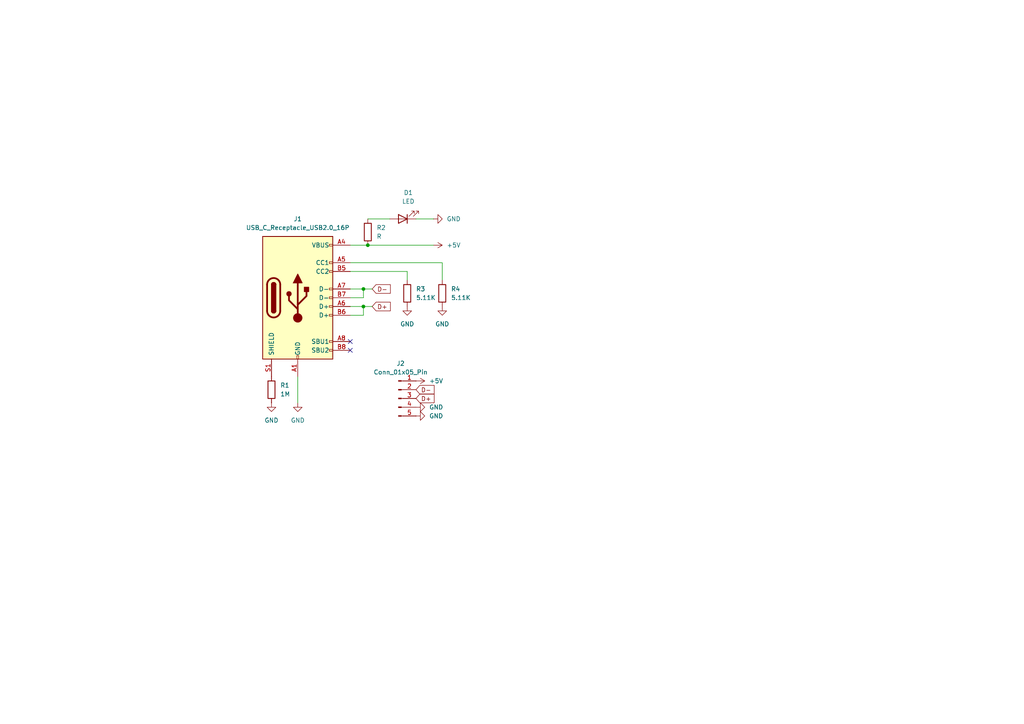
<source format=kicad_sch>
(kicad_sch (version 20250114) (generator "eeschema") (generator_version "9.0")
  (paper "A4")
  (lib_symbols
    (symbol "Connector:Conn_01x05_Pin" (pin_names (offset 1.016) (hide yes))
      (property "Reference" "J" (at 0 7.62 0))
      (property "Value" "Conn_01x05_Pin" (at 0 -7.62 0))
      (symbol "Conn_01x05_Pin_1_1"
        (rectangle (start 0.8636 5.207) (end 0 4.953) (stroke (width 0.1524)) (fill (type outline)))
        (rectangle (start 0.8636 2.667) (end 0 2.413) (stroke (width 0.1524)) (fill (type outline)))
        (rectangle (start 0.8636 0.127) (end 0 -0.127) (stroke (width 0.1524)) (fill (type outline)))
        (rectangle (start 0.8636 -2.413) (end 0 -2.667) (stroke (width 0.1524)) (fill (type outline)))
        (rectangle (start 0.8636 -4.953) (end 0 -5.207) (stroke (width 0.1524)) (fill (type outline)))
        (polyline (pts (xy 1.27 5.08) (xy 0.8636 5.08)) (stroke (width 0.1524)))
        (polyline (pts (xy 1.27 2.54) (xy 0.8636 2.54)) (stroke (width 0.1524)))
        (polyline (pts (xy 1.27 0) (xy 0.8636 0)) (stroke (width 0.1524)))
        (polyline (pts (xy 1.27 -2.54) (xy 0.8636 -2.54)) (stroke (width 0.1524)))
        (polyline (pts (xy 1.27 -5.08) (xy 0.8636 -5.08)) (stroke (width 0.1524)))
        (pin passive line (at 5.08 5.08 180) (length 3.81) (name "Pin_1") (number "1"))
        (pin passive line (at 5.08 2.54 180) (length 3.81) (name "Pin_2") (number "2"))
        (pin passive line (at 5.08 0 180) (length 3.81) (name "Pin_3") (number "3"))
        (pin passive line (at 5.08 -2.54 180) (length 3.81) (name "Pin_4") (number "4"))
        (pin passive line (at 5.08 -5.08 180) (length 3.81) (name "Pin_5") (number "5"))
      )
    )
    (symbol "Connector:USB_C_Receptacle_USB2.0_16P" (pin_names (offset 1.016))
      (property "Reference" "J" (at 0 22.225 0))
      (property "Value" "USB_C_Receptacle_USB2.0_16P" (at 0 19.685 0))
      (symbol "USB_C_Receptacle_USB2.0_16P_0_0"
        (rectangle (start -0.254 -17.78) (end 0.254 -16.764))
        (rectangle (start 10.16 15.494) (end 9.144 14.986))
        (rectangle (start 10.16 10.414) (end 9.144 9.906))
        (rectangle (start 10.16 7.874) (end 9.144 7.366))
        (rectangle (start 10.16 2.794) (end 9.144 2.286))
        (rectangle (start 10.16 0.254) (end 9.144 -0.254))
        (rectangle (start 10.16 -2.286) (end 9.144 -2.794))
        (rectangle (start 10.16 -4.826) (end 9.144 -5.334))
        (rectangle (start 10.16 -12.446) (end 9.144 -12.954))
        (rectangle (start 10.16 -14.986) (end 9.144 -15.494))
      )
      (symbol "USB_C_Receptacle_USB2.0_16P_0_1"
        (rectangle (start -10.16 17.78) (end 10.16 -17.78) (stroke (width 0.254)) (fill (type background)))
        (polyline (pts (xy -8.89 -3.81) (xy -8.89 3.81)) (stroke (width 0.508)))
        (rectangle (start -7.62 -3.81) (end -6.35 3.81) (stroke (width 0.254)) (fill (type outline)))
        (arc (start -7.62 3.81) (mid -6.985 4.4423) (end -6.35 3.81) (stroke (width 0.254)))
        (arc (start -7.62 3.81) (mid -6.985 4.4423) (end -6.35 3.81) (stroke (width 0.254)) (fill (type outline)))
        (arc (start -8.89 3.81) (mid -6.985 5.7067) (end -5.08 3.81) (stroke (width 0.508)))
        (arc (start -5.08 -3.81) (mid -6.985 -5.7067) (end -8.89 -3.81) (stroke (width 0.508)))
        (arc (start -6.35 -3.81) (mid -6.985 -4.4423) (end -7.62 -3.81) (stroke (width 0.254)))
        (arc (start -6.35 -3.81) (mid -6.985 -4.4423) (end -7.62 -3.81) (stroke (width 0.254)) (fill (type outline)))
        (polyline (pts (xy -5.08 3.81) (xy -5.08 -3.81)) (stroke (width 0.508)))
        (circle (center -2.54 1.143) (radius 0.635) (stroke (width 0.254)) (fill (type outline)))
        (polyline (pts (xy -1.27 4.318) (xy 0 6.858) (xy 1.27 4.318) (xy -1.27 4.318)) (stroke (width 0.254)) (fill (type outline)))
        (polyline (pts (xy 0 -2.032) (xy 2.54 0.508) (xy 2.54 1.778)) (stroke (width 0.508)))
        (polyline (pts (xy 0 -3.302) (xy -2.54 -0.762) (xy -2.54 0.508)) (stroke (width 0.508)))
        (polyline (pts (xy 0 -5.842) (xy 0 4.318)) (stroke (width 0.508)))
        (circle (center 0 -5.842) (radius 1.27) (fill (type outline)))
        (rectangle (start 1.905 1.778) (end 3.175 3.048) (stroke (width 0.254)) (fill (type outline)))
      )
      (symbol "USB_C_Receptacle_USB2.0_16P_1_1"
        (pin passive line (at -7.62 -22.86 90) (length 5.08) (name "SHIELD") (number "S1"))
        (pin passive line (at 0 -22.86 90) (length 5.08) (name "GND") (number "A1"))
        (pin passive line (at 0 -22.86 90) (length 5.08) (hide yes) (name "GND") (number "A12"))
        (pin passive line (at 0 -22.86 90) (length 5.08) (hide yes) (name "GND") (number "B1"))
        (pin passive line (at 0 -22.86 90) (length 5.08) (hide yes) (name "GND") (number "B12"))
        (pin passive line (at 15.24 15.24 180) (length 5.08) (name "VBUS") (number "A4"))
        (pin passive line (at 15.24 15.24 180) (length 5.08) (hide yes) (name "VBUS") (number "A9"))
        (pin passive line (at 15.24 15.24 180) (length 5.08) (hide yes) (name "VBUS") (number "B4"))
        (pin passive line (at 15.24 15.24 180) (length 5.08) (hide yes) (name "VBUS") (number "B9"))
        (pin bidirectional line (at 15.24 10.16 180) (length 5.08) (name "CC1") (number "A5"))
        (pin bidirectional line (at 15.24 7.62 180) (length 5.08) (name "CC2") (number "B5"))
        (pin bidirectional line (at 15.24 2.54 180) (length 5.08) (name "D-") (number "A7"))
        (pin bidirectional line (at 15.24 0 180) (length 5.08) (name "D-") (number "B7"))
        (pin bidirectional line (at 15.24 -2.54 180) (length 5.08) (name "D+") (number "A6"))
        (pin bidirectional line (at 15.24 -5.08 180) (length 5.08) (name "D+") (number "B6"))
        (pin bidirectional line (at 15.24 -12.7 180) (length 5.08) (name "SBU1") (number "A8"))
        (pin bidirectional line (at 15.24 -15.24 180) (length 5.08) (name "SBU2") (number "B8"))
      )
    )
    (symbol "Device:LED" (pin_numbers (hide yes)) (pin_names (offset 1.016) (hide yes))
      (property "Reference" "D" (at 0 2.54 0))
      (property "Value" "LED" (at 0 -2.54 0))
      (symbol "LED_0_1"
        (polyline (pts (xy -3.048 -0.762) (xy -4.572 -2.286) (xy -3.81 -2.286) (xy -4.572 -2.286) (xy -4.572 -1.524)))
        (polyline (pts (xy -1.778 -0.762) (xy -3.302 -2.286) (xy -2.54 -2.286) (xy -3.302 -2.286) (xy -3.302 -1.524)))
        (polyline (pts (xy -1.27 0) (xy 1.27 0)))
        (polyline (pts (xy -1.27 -1.27) (xy -1.27 1.27)) (stroke (width 0.254)))
        (polyline (pts (xy 1.27 -1.27) (xy 1.27 1.27) (xy -1.27 0) (xy 1.27 -1.27)) (stroke (width 0.254)))
      )
      (symbol "LED_1_1"
        (pin passive line (at -3.81 0 0) (length 2.54) (name "K") (number "1"))
        (pin passive line (at 3.81 0 180) (length 2.54) (name "A") (number "2"))
      )
    )
    (symbol "Device:R" (pin_numbers (hide yes)) (pin_names (offset 0))
      (property "Reference" "R" (at 2.032 0 90))
      (property "Value" "R" (at 0 0 90))
      (symbol "R_0_1"
        (rectangle (start -1.016 -2.54) (end 1.016 2.54) (stroke (width 0.254)))
      )
      (symbol "R_1_1"
        (pin passive line (at 0 3.81 270) (length 1.27) (name "~") (number "1"))
        (pin passive line (at 0 -3.81 90) (length 1.27) (name "~") (number "2"))
      )
    )
    (symbol "power:+5V" (power) (pin_numbers (hide yes)) (pin_names (offset 0) (hide yes))
      (property "Value" "+5V" (at 0 3.556 0))
      (symbol "+5V_0_1"
        (polyline (pts (xy -0.762 1.27) (xy 0 2.54)))
        (polyline (pts (xy 0 2.54) (xy 0.762 1.27)))
        (polyline (pts (xy 0 0) (xy 0 2.54)))
      )
      (symbol "+5V_1_1"
        (pin power_in line (at 0 0 90) (length 0) (name "~") (number "1"))
      )
    )
    (symbol "power:GND" (power) (pin_numbers (hide yes)) (pin_names (offset 0) (hide yes))
      (property "Value" "GND" (at 0 -3.81 0))
      (symbol "GND_0_1"
        (polyline (pts (xy 0 0) (xy 0 -1.27) (xy 1.27 -1.27) (xy 0 -2.54) (xy -1.27 -1.27) (xy 0 -1.27)))
      )
      (symbol "GND_1_1"
        (pin power_in line (at 0 0 270) (length 0) (name "~") (number "1"))
      )
    )
  )
  (junction (at 105.41 88.9))
  (junction (at 106.68 71.12))
  (junction (at 105.41 83.82))
  (no_connect (at 101.6 99.06))
  (no_connect (at 101.6 101.6))
  (wire (pts (xy 101.6 91.44) (xy 105.41 91.44)))
  (wire (pts (xy 105.41 83.82) (xy 101.6 83.82)))
  (wire (pts (xy 128.27 76.2) (xy 128.27 81.28)))
  (wire (pts (xy 107.95 83.82) (xy 105.41 83.82)))
  (wire (pts (xy 106.68 71.12) (xy 101.6 71.12)))
  (wire (pts (xy 107.95 88.9) (xy 105.41 88.9)))
  (wire (pts (xy 105.41 86.36) (xy 105.41 83.82)))
  (wire (pts (xy 105.41 88.9) (xy 101.6 88.9)))
  (wire (pts (xy 113.03 63.5) (xy 106.68 63.5)))
  (wire (pts (xy 86.36 116.84) (xy 86.36 109.22)))
  (wire (pts (xy 101.6 86.36) (xy 105.41 86.36)))
  (wire (pts (xy 101.6 76.2) (xy 128.27 76.2)))
  (wire (pts (xy 125.73 71.12) (xy 106.68 71.12)))
  (wire (pts (xy 118.11 78.74) (xy 118.11 81.28)))
  (wire (pts (xy 125.73 63.5) (xy 120.65 63.5)))
  (wire (pts (xy 101.6 78.74) (xy 118.11 78.74)))
  (wire (pts (xy 105.41 91.44) (xy 105.41 88.9)))
  (global_label "D+" (shape input) (at 120.65 115.57 0) (property "Intersheetrefs" "${INTERSHEET_REFS}" (effects (hide yes))))
  (global_label "D+" (shape input) (at 107.95 88.9 0) (property "Intersheetrefs" "${INTERSHEET_REFS}" (effects (hide yes))))
  (global_label "D-" (shape input) (at 120.65 113.03 0) (property "Intersheetrefs" "${INTERSHEET_REFS}" (effects (hide yes))))
  (global_label "D-" (shape input) (at 107.95 83.82 0) (property "Intersheetrefs" "${INTERSHEET_REFS}" (effects (hide yes))))
  (symbol (lib_id "Connector:Conn_01x05_Pin") (at 115.57 115.57 0) (unit 1)
    (property "Reference" "J2" (at 116.205 105.41 0))
    (property "Value" "Conn_01x05_Pin" (at 116.205 107.95 0))
    (property "Footprint" "Connector_PinHeader_2.00mm:PinHeader_1x05_P2.00mm_Vertical" (effects (hide yes)))
    (property "Description" "Generic connector, single row, 01x05, script generated" (effects (hide yes)))
  )
  (symbol (lib_id "Device:R") (at 128.27 85.09 0) (unit 1)
    (property "Reference" "R4" (at 130.81 83.8199 0) (effects (justify left)))
    (property "Value" "5.11K" (at 130.81 86.3599 0) (effects (justify left)))
    (property "Footprint" "Resistor_SMD:R_1206_3216Metric_Pad1.30x1.75mm_HandSolder" (effects (hide yes)))
    (property "Description" "Resistor" (effects (hide yes)))
  )
  (symbol (lib_id "power:GND") (at 128.27 88.9 0) (unit 1)
    (property "Reference" "#PWR05" (effects (hide yes)))
    (property "Value" "GND" (at 128.27 93.98 0))
    (property "Description" "Power symbol creates a global label with name \"GND\" , ground" (effects (hide yes)))
  )
  (symbol (lib_id "Device:LED") (at 116.84 63.5 180) (unit 1)
    (property "Reference" "D1" (at 118.4275 55.88 0))
    (property "Value" "LED" (at 118.4275 58.42 0))
    (property "Footprint" "LED_SMD:LED_1206_3216Metric_Pad1.42x1.75mm_HandSolder" (effects (hide yes)))
    (property "Description" "Light emitting diode" (effects (hide yes)))
  )
  (symbol (lib_id "power:GND") (at 78.74 116.84 0) (unit 1)
    (property "Reference" "#PWR03" (effects (hide yes)))
    (property "Value" "GND" (at 78.74 121.92 0))
    (property "Description" "Power symbol creates a global label with name \"GND\" , ground" (effects (hide yes)))
  )
  (symbol (lib_id "Device:R") (at 118.11 85.09 0) (unit 1)
    (property "Reference" "R3" (at 120.65 83.8199 0) (effects (justify left)))
    (property "Value" "5.11K" (at 120.65 86.3599 0) (effects (justify left)))
    (property "Footprint" "Resistor_SMD:R_1206_3216Metric_Pad1.30x1.75mm_HandSolder" (effects (hide yes)))
    (property "Description" "Resistor" (effects (hide yes)))
  )
  (symbol (lib_id "Connector:USB_C_Receptacle_USB2.0_16P") (at 86.36 86.36 0) (unit 1)
    (property "Reference" "J1" (at 86.36 63.5 0))
    (property "Value" "USB_C_Receptacle_USB2.0_16P" (at 86.36 66.04 0))
    (property "Footprint" "Connector_USB:USB_C_Receptacle_GCT_USB4105-xx-A_16P_TopMnt_Horizontal" (effects (hide yes)))
    (property "Datasheet" "https://www.usb.org/sites/default/files/documents/usb_type-c.zip" (effects (hide yes)))
    (property "Description" "USB 2.0-only 16P Type-C Receptacle connector" (effects (hide yes)))
  )
  (symbol (lib_id "power:GND") (at 125.73 63.5 90) (unit 1)
    (property "Reference" "#PWR09" (effects (hide yes)))
    (property "Value" "GND" (at 129.54 63.4999 90) (effects (justify right)))
    (property "Description" "Power symbol creates a global label with name \"GND\" , ground" (effects (hide yes)))
  )
  (symbol (lib_id "power:GND") (at 120.65 120.65 90) (unit 1)
    (property "Reference" "#PWR08" (effects (hide yes)))
    (property "Value" "GND" (at 124.46 120.6499 90) (effects (justify right)))
    (property "Description" "Power symbol creates a global label with name \"GND\" , ground" (effects (hide yes)))
  )
  (symbol (lib_id "power:GND") (at 120.65 118.11 90) (unit 1)
    (property "Reference" "#PWR07" (effects (hide yes)))
    (property "Value" "GND" (at 124.46 118.1099 90) (effects (justify right)))
    (property "Description" "Power symbol creates a global label with name \"GND\" , ground" (effects (hide yes)))
  )
  (symbol (lib_id "Device:R") (at 78.74 113.03 0) (unit 1)
    (property "Reference" "R1" (at 81.28 111.7599 0) (effects (justify left)))
    (property "Value" "1M" (at 81.28 114.2999 0) (effects (justify left)))
    (property "Footprint" "Resistor_SMD:R_1206_3216Metric_Pad1.30x1.75mm_HandSolder" (effects (hide yes)))
    (property "Description" "Resistor" (effects (hide yes)))
  )
  (symbol (lib_id "power:+5V") (at 125.73 71.12 270) (unit 1)
    (property "Reference" "#PWR02" (effects (hide yes)))
    (property "Value" "+5V" (at 129.54 71.1199 90) (effects (justify left)))
    (property "Description" "Power symbol creates a global label with name \"+5V\"" (effects (hide yes)))
  )
  (symbol (lib_id "power:GND") (at 86.36 116.84 0) (unit 1)
    (property "Reference" "#PWR01" (effects (hide yes)))
    (property "Value" "GND" (at 86.36 121.92 0))
    (property "Description" "Power symbol creates a global label with name \"GND\" , ground" (effects (hide yes)))
  )
  (symbol (lib_id "power:+5V") (at 120.65 110.49 270) (unit 1)
    (property "Reference" "#PWR06" (effects (hide yes)))
    (property "Value" "+5V" (at 124.46 110.4899 90) (effects (justify left)))
    (property "Description" "Power symbol creates a global label with name \"+5V\"" (effects (hide yes)))
  )
  (symbol (lib_id "power:GND") (at 118.11 88.9 0) (unit 1)
    (property "Reference" "#PWR04" (effects (hide yes)))
    (property "Value" "GND" (at 118.11 93.98 0))
    (property "Description" "Power symbol creates a global label with name \"GND\" , ground" (effects (hide yes)))
  )
  (symbol (lib_id "Device:R") (at 106.68 67.31 0) (unit 1)
    (property "Reference" "R2" (at 109.22 66.0399 0) (effects (justify left)))
    (property "Value" "R" (at 109.22 68.5799 0) (effects (justify left)))
    (property "Footprint" "Resistor_SMD:R_1206_3216Metric_Pad1.30x1.75mm_HandSolder" (effects (hide yes)))
    (property "Description" "Resistor" (effects (hide yes)))
  )
)
</source>
